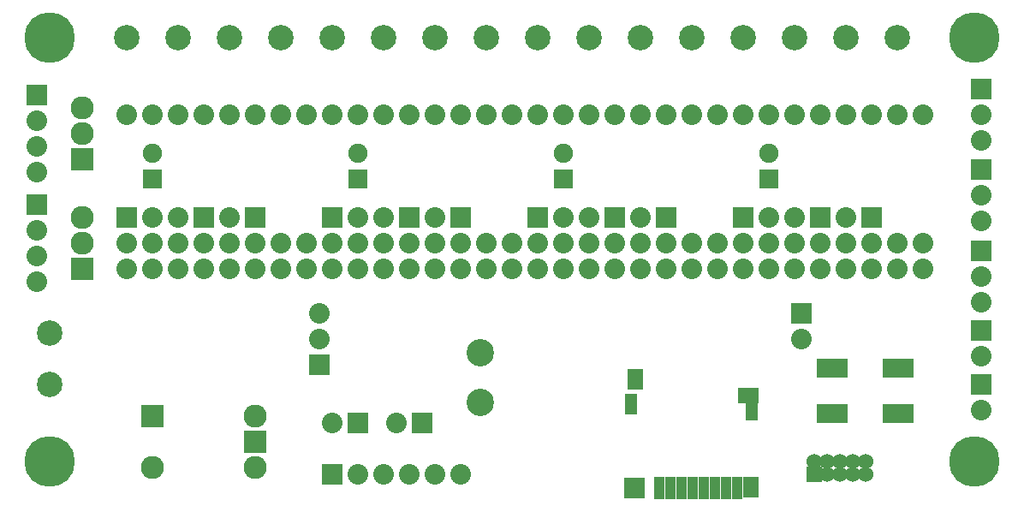
<source format=gbs>
G04 (created by PCBNEW-RS274X (2012-01-19 BZR 3256)-stable) date 29/09/2012 11:03:43*
G01*
G70*
G90*
%MOIN*%
G04 Gerber Fmt 3.4, Leading zero omitted, Abs format*
%FSLAX34Y34*%
G04 APERTURE LIST*
%ADD10C,0.006000*%
%ADD11C,0.090000*%
%ADD12R,0.090000X0.090000*%
%ADD13R,0.080000X0.080000*%
%ADD14C,0.080000*%
%ADD15R,0.118400X0.075000*%
%ADD16R,0.060000X0.060000*%
%ADD17C,0.060000*%
%ADD18C,0.106600*%
%ADD19C,0.098700*%
%ADD20R,0.043600X0.088900*%
%ADD21R,0.079100X0.059400*%
%ADD22R,0.059400X0.081000*%
%ADD23R,0.051500X0.079100*%
%ADD24R,0.079100X0.079100*%
%ADD25R,0.063300X0.079100*%
%ADD26C,0.197200*%
%ADD27R,0.075000X0.075000*%
%ADD28C,0.075000*%
G04 APERTURE END LIST*
G54D10*
G54D11*
X02750Y14250D03*
X02750Y15250D03*
G54D12*
X02750Y13250D03*
G54D11*
X02750Y10000D03*
X02750Y11000D03*
G54D12*
X02750Y09000D03*
G54D13*
X04500Y11000D03*
G54D14*
X05500Y11000D03*
G54D13*
X07500Y11000D03*
G54D14*
X06500Y11000D03*
G54D13*
X09500Y11000D03*
G54D14*
X08500Y11000D03*
G54D13*
X12500Y11000D03*
G54D14*
X13500Y11000D03*
G54D13*
X15500Y11000D03*
G54D14*
X14500Y11000D03*
G54D13*
X17500Y11000D03*
G54D14*
X16500Y11000D03*
G54D13*
X20500Y11000D03*
G54D14*
X21500Y11000D03*
G54D13*
X23500Y11000D03*
G54D14*
X22500Y11000D03*
G54D13*
X25500Y11000D03*
G54D14*
X24500Y11000D03*
G54D13*
X28500Y11000D03*
G54D14*
X29500Y11000D03*
G54D13*
X33500Y11000D03*
G54D14*
X32500Y11000D03*
G54D13*
X31500Y11000D03*
G54D14*
X30500Y11000D03*
G54D13*
X12500Y01000D03*
G54D14*
X13500Y01000D03*
X14500Y01000D03*
X15500Y01000D03*
X16500Y01000D03*
X17500Y01000D03*
G54D11*
X09500Y03250D03*
G54D12*
X09500Y02250D03*
G54D11*
X09500Y01250D03*
G54D15*
X34529Y05136D03*
X34529Y03364D03*
X31970Y05136D03*
X31970Y03364D03*
G54D16*
X31250Y01000D03*
G54D17*
X31250Y01500D03*
X31750Y01000D03*
X31750Y01500D03*
X32250Y01000D03*
X32250Y01500D03*
X32750Y01000D03*
X32750Y01500D03*
X33250Y01000D03*
X33250Y01500D03*
G54D13*
X30750Y07250D03*
G54D14*
X30750Y06250D03*
G54D12*
X05500Y03250D03*
G54D11*
X05500Y01250D03*
G54D18*
X18250Y05715D03*
X18250Y03785D03*
G54D19*
X08500Y18000D03*
X10500Y18000D03*
X06500Y18000D03*
X04500Y18000D03*
X16500Y18000D03*
X18500Y18000D03*
X14500Y18000D03*
X12500Y18000D03*
X32500Y18000D03*
X34500Y18000D03*
X30500Y18000D03*
X28500Y18000D03*
X24500Y18000D03*
X26500Y18000D03*
X22500Y18000D03*
X20500Y18000D03*
X01500Y04500D03*
X01500Y06500D03*
G54D20*
X28272Y00445D03*
X25241Y00445D03*
X25674Y00445D03*
X26107Y00445D03*
X26540Y00445D03*
X26973Y00445D03*
X27406Y00445D03*
X27839Y00445D03*
G54D21*
X28705Y04067D03*
G54D22*
X24296Y04678D03*
G54D23*
X28843Y03477D03*
X24138Y03733D03*
G54D24*
X24276Y00465D03*
G54D25*
X28783Y00485D03*
G54D13*
X12000Y05250D03*
G54D14*
X12000Y06250D03*
X12000Y07250D03*
G54D13*
X01000Y15750D03*
G54D14*
X01000Y14750D03*
X01000Y13750D03*
X01000Y12750D03*
G54D13*
X01000Y11500D03*
G54D14*
X01000Y10500D03*
X01000Y09500D03*
X01000Y08500D03*
G54D13*
X37750Y09700D03*
G54D14*
X37750Y08700D03*
X37750Y07700D03*
G54D13*
X37750Y12850D03*
G54D14*
X37750Y11850D03*
X37750Y10850D03*
G54D13*
X37750Y16000D03*
G54D14*
X37750Y15000D03*
X37750Y14000D03*
G54D13*
X37750Y06600D03*
G54D14*
X37750Y05600D03*
G54D13*
X37750Y04500D03*
G54D14*
X37750Y03500D03*
G54D13*
X13500Y03000D03*
G54D14*
X12500Y03000D03*
G54D13*
X16000Y03000D03*
G54D14*
X15000Y03000D03*
G54D26*
X37500Y01500D03*
X37500Y18000D03*
X01500Y18000D03*
X01500Y01500D03*
G54D14*
X35500Y09000D03*
X34500Y09000D03*
X33500Y09000D03*
X32500Y09000D03*
X31500Y09000D03*
X30500Y09000D03*
X29500Y09000D03*
X28500Y09000D03*
X28500Y15000D03*
X29500Y15000D03*
X30500Y15000D03*
X31500Y15000D03*
X32500Y15000D03*
X33500Y15000D03*
X34500Y15000D03*
X35500Y15000D03*
X28500Y10000D03*
X29500Y10000D03*
X30500Y10000D03*
X31500Y10000D03*
X32500Y10000D03*
X33500Y10000D03*
X34500Y10000D03*
X35500Y10000D03*
X27500Y09000D03*
X26500Y09000D03*
X25500Y09000D03*
X24500Y09000D03*
X23500Y09000D03*
X22500Y09000D03*
X21500Y09000D03*
X20500Y09000D03*
X20500Y15000D03*
X21500Y15000D03*
X22500Y15000D03*
X23500Y15000D03*
X24500Y15000D03*
X25500Y15000D03*
X26500Y15000D03*
X27500Y15000D03*
X20500Y10000D03*
X21500Y10000D03*
X22500Y10000D03*
X23500Y10000D03*
X24500Y10000D03*
X25500Y10000D03*
X26500Y10000D03*
X27500Y10000D03*
X19500Y09000D03*
X18500Y09000D03*
X17500Y09000D03*
X16500Y09000D03*
X15500Y09000D03*
X14500Y09000D03*
X13500Y09000D03*
X12500Y09000D03*
X12500Y15000D03*
X13500Y15000D03*
X14500Y15000D03*
X15500Y15000D03*
X16500Y15000D03*
X17500Y15000D03*
X18500Y15000D03*
X19500Y15000D03*
X12500Y10000D03*
X13500Y10000D03*
X14500Y10000D03*
X15500Y10000D03*
X16500Y10000D03*
X17500Y10000D03*
X18500Y10000D03*
X19500Y10000D03*
X11500Y09000D03*
X10500Y09000D03*
X09500Y09000D03*
X08500Y09000D03*
X07500Y09000D03*
X06500Y09000D03*
X05500Y09000D03*
X04500Y09000D03*
X04500Y15000D03*
X05500Y15000D03*
X06500Y15000D03*
X07500Y15000D03*
X08500Y15000D03*
X09500Y15000D03*
X10500Y15000D03*
X11500Y15000D03*
X04500Y10000D03*
X05500Y10000D03*
X06500Y10000D03*
X07500Y10000D03*
X08500Y10000D03*
X09500Y10000D03*
X10500Y10000D03*
X11500Y10000D03*
G54D27*
X05500Y12500D03*
G54D28*
X05500Y13500D03*
G54D27*
X13500Y12500D03*
G54D28*
X13500Y13500D03*
G54D27*
X21500Y12500D03*
G54D28*
X21500Y13500D03*
G54D27*
X29500Y12500D03*
G54D28*
X29500Y13500D03*
M02*

</source>
